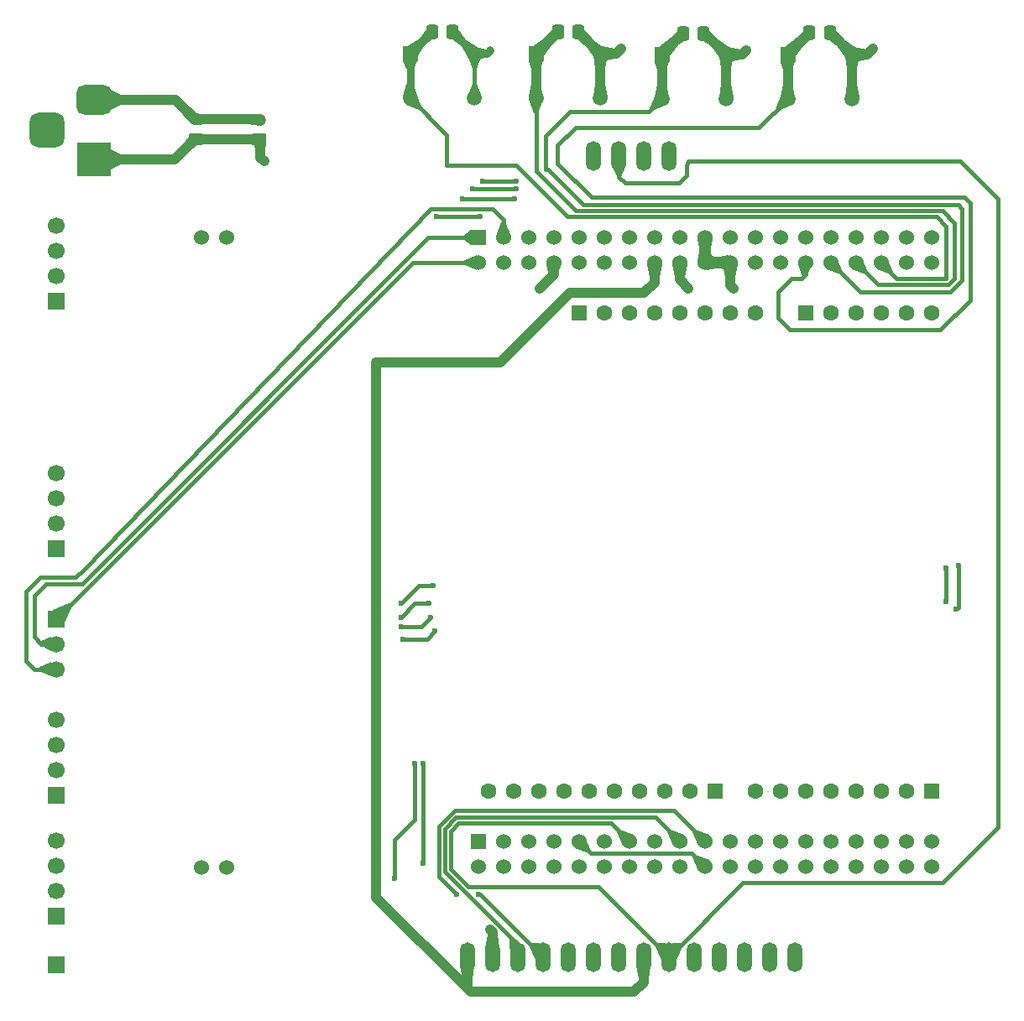
<source format=gtl>
%TF.GenerationSoftware,KiCad,Pcbnew,9.0.6*%
%TF.CreationDate,2025-11-14T23:17:59+01:00*%
%TF.ProjectId,uC_screen_power,75435f73-6372-4656-956e-5f706f776572,1*%
%TF.SameCoordinates,Original*%
%TF.FileFunction,Copper,L1,Top*%
%TF.FilePolarity,Positive*%
%FSLAX46Y46*%
G04 Gerber Fmt 4.6, Leading zero omitted, Abs format (unit mm)*
G04 Created by KiCad (PCBNEW 9.0.6) date 2025-11-14 23:17:59*
%MOMM*%
%LPD*%
G01*
G04 APERTURE LIST*
G04 Aperture macros list*
%AMRoundRect*
0 Rectangle with rounded corners*
0 $1 Rounding radius*
0 $2 $3 $4 $5 $6 $7 $8 $9 X,Y pos of 4 corners*
0 Add a 4 corners polygon primitive as box body*
4,1,4,$2,$3,$4,$5,$6,$7,$8,$9,$2,$3,0*
0 Add four circle primitives for the rounded corners*
1,1,$1+$1,$2,$3*
1,1,$1+$1,$4,$5*
1,1,$1+$1,$6,$7*
1,1,$1+$1,$8,$9*
0 Add four rect primitives between the rounded corners*
20,1,$1+$1,$2,$3,$4,$5,0*
20,1,$1+$1,$4,$5,$6,$7,0*
20,1,$1+$1,$6,$7,$8,$9,0*
20,1,$1+$1,$8,$9,$2,$3,0*%
G04 Aperture macros list end*
%TA.AperFunction,ComponentPad*%
%ADD10RoundRect,0.250000X0.350000X-0.350000X0.350000X0.350000X-0.350000X0.350000X-0.350000X-0.350000X0*%
%TD*%
%TA.AperFunction,ComponentPad*%
%ADD11C,1.200000*%
%TD*%
%TA.AperFunction,ComponentPad*%
%ADD12O,1.500000X3.000000*%
%TD*%
%TA.AperFunction,SMDPad,CuDef*%
%ADD13RoundRect,0.250000X-0.337500X-0.475000X0.337500X-0.475000X0.337500X0.475000X-0.337500X0.475000X0*%
%TD*%
%TA.AperFunction,ComponentPad*%
%ADD14R,1.508000X1.508000*%
%TD*%
%TA.AperFunction,ComponentPad*%
%ADD15C,1.508000*%
%TD*%
%TA.AperFunction,ComponentPad*%
%ADD16R,1.700000X1.700000*%
%TD*%
%TA.AperFunction,ComponentPad*%
%ADD17C,1.700000*%
%TD*%
%TA.AperFunction,ComponentPad*%
%ADD18R,3.500000X3.500000*%
%TD*%
%TA.AperFunction,ComponentPad*%
%ADD19RoundRect,0.750000X-1.000000X0.750000X-1.000000X-0.750000X1.000000X-0.750000X1.000000X0.750000X0*%
%TD*%
%TA.AperFunction,ComponentPad*%
%ADD20RoundRect,0.875000X-0.875000X0.875000X-0.875000X-0.875000X0.875000X-0.875000X0.875000X0.875000X0*%
%TD*%
%TA.AperFunction,ComponentPad*%
%ADD21R,1.605000X1.605000*%
%TD*%
%TA.AperFunction,ComponentPad*%
%ADD22C,1.605000*%
%TD*%
%TA.AperFunction,ComponentPad*%
%ADD23R,1.530000X1.530000*%
%TD*%
%TA.AperFunction,ComponentPad*%
%ADD24C,1.530000*%
%TD*%
%TA.AperFunction,ViaPad*%
%ADD25C,0.800000*%
%TD*%
%TA.AperFunction,ViaPad*%
%ADD26C,0.600000*%
%TD*%
%TA.AperFunction,Conductor*%
%ADD27C,1.000000*%
%TD*%
%TA.AperFunction,Conductor*%
%ADD28C,0.800000*%
%TD*%
%TA.AperFunction,Conductor*%
%ADD29C,0.400000*%
%TD*%
G04 APERTURE END LIST*
D10*
%TO.P,C67,1*%
%TO.N,+5V*%
X76800000Y-65000000D03*
D11*
%TO.P,C67,2*%
%TO.N,GND*%
X76800000Y-63000000D03*
%TD*%
D12*
%TO.P,U10,1,VCC*%
%TO.N,/VDD*%
X97680000Y-147500000D03*
%TO.P,U10,2,GND*%
%TO.N,GND*%
X100220000Y-147500000D03*
%TO.P,U10,3,CS*%
%TO.N,/CS*%
X102760000Y-147500000D03*
%TO.P,U10,4,RST*%
%TO.N,/RST*%
X105300000Y-147500000D03*
%TO.P,U10,5,DC*%
%TO.N,/DC*%
X107840000Y-147500000D03*
%TO.P,U10,6,MOSI*%
%TO.N,/MOSI*%
X110380000Y-147500000D03*
%TO.P,U10,7,SCK*%
%TO.N,/SCK*%
X112920000Y-147500000D03*
%TO.P,U10,8,LED*%
%TO.N,/VDD*%
X115460000Y-147500000D03*
%TO.P,U10,9,MISO*%
%TO.N,/MISO*%
X118000000Y-147500000D03*
%TO.P,U10,10*%
%TO.N,unconnected-(U10-Pad10)*%
X120540000Y-147500000D03*
%TO.P,U10,11*%
%TO.N,unconnected-(U10-Pad11)*%
X123080000Y-147500000D03*
%TO.P,U10,12*%
%TO.N,unconnected-(U10-Pad12)*%
X125620000Y-147500000D03*
%TO.P,U10,13*%
%TO.N,unconnected-(U10-Pad13)*%
X128160000Y-147500000D03*
%TO.P,U10,14*%
%TO.N,unconnected-(U10-Pad14)*%
X130700000Y-147500000D03*
%TO.P,U10,15,SD_SCK*%
%TO.N,/SCK*%
X110410000Y-66700000D03*
%TO.P,U10,16,SD_MISO*%
%TO.N,/MISO*%
X112950000Y-66700000D03*
%TO.P,U10,17,SD_MOSI*%
%TO.N,/MOSI*%
X115490000Y-66700000D03*
%TO.P,U10,18,SD_CS*%
%TO.N,/CS_SD*%
X118030000Y-66700000D03*
%TD*%
D13*
%TO.P,C78,1*%
%TO.N,/SW3*%
X119450000Y-54300000D03*
%TO.P,C78,2*%
%TO.N,GND*%
X121525000Y-54300000D03*
%TD*%
D14*
%TO.P,SW76,1,1*%
%TO.N,/SW4*%
X130000000Y-56400000D03*
D15*
%TO.P,SW76,2,2*%
%TO.N,GND*%
X136500000Y-56400000D03*
%TO.P,SW76,3,3*%
%TO.N,/SW4*%
X130000000Y-60900000D03*
%TO.P,SW76,4,4*%
%TO.N,GND*%
X136500000Y-60900000D03*
%TD*%
D16*
%TO.P,J4,1,Pin_1*%
%TO.N,GND*%
X56200000Y-106320000D03*
D17*
%TO.P,J4,2,Pin_2*%
X56200000Y-103780000D03*
%TO.P,J4,3,Pin_3*%
X56200000Y-101240000D03*
%TO.P,J4,4,Pin_4*%
X56200000Y-98700000D03*
%TD*%
D13*
%TO.P,C79,1*%
%TO.N,/SW4*%
X132162500Y-54250000D03*
%TO.P,C79,2*%
%TO.N,GND*%
X134237500Y-54250000D03*
%TD*%
D10*
%TO.P,C66,1*%
%TO.N,+5V*%
X70200000Y-64972600D03*
D11*
%TO.P,C66,2*%
%TO.N,GND*%
X70200000Y-62972600D03*
%TD*%
D14*
%TO.P,SW74,1,1*%
%TO.N,/SW2*%
X104600000Y-56350000D03*
D15*
%TO.P,SW74,2,2*%
%TO.N,GND*%
X111100000Y-56350000D03*
%TO.P,SW74,3,3*%
%TO.N,/SW2*%
X104600000Y-60850000D03*
%TO.P,SW74,4,4*%
%TO.N,GND*%
X111100000Y-60850000D03*
%TD*%
D14*
%TO.P,SW75,1,1*%
%TO.N,/SW3*%
X117300000Y-56400000D03*
D15*
%TO.P,SW75,2,2*%
%TO.N,GND*%
X123800000Y-56400000D03*
%TO.P,SW75,3,3*%
%TO.N,/SW3*%
X117300000Y-60900000D03*
%TO.P,SW75,4,4*%
%TO.N,GND*%
X123800000Y-60900000D03*
%TD*%
D13*
%TO.P,C76,1*%
%TO.N,/SW1*%
X94112500Y-54100000D03*
%TO.P,C76,2*%
%TO.N,GND*%
X96187500Y-54100000D03*
%TD*%
D18*
%TO.P,J1,1*%
%TO.N,+5V*%
X60000000Y-67000000D03*
D19*
%TO.P,J1,2*%
%TO.N,GND*%
X60000000Y-61000000D03*
D20*
%TO.P,J1,3*%
%TO.N,unconnected-(J1-Pad3)*%
X55300000Y-64000000D03*
%TD*%
D13*
%TO.P,C77,1*%
%TO.N,/SW2*%
X106812500Y-54100000D03*
%TO.P,C77,2*%
%TO.N,GND*%
X108887500Y-54100000D03*
%TD*%
D16*
%TO.P,J5,1,Pin_1*%
%TO.N,+5V*%
X56250000Y-81310000D03*
D17*
%TO.P,J5,2,Pin_2*%
X56250000Y-78770000D03*
%TO.P,J5,3,Pin_3*%
X56250000Y-76230000D03*
%TO.P,J5,4,Pin_4*%
X56250000Y-73690000D03*
%TD*%
D14*
%TO.P,SW73,1,1*%
%TO.N,/SW1*%
X91900000Y-56350000D03*
D15*
%TO.P,SW73,2,2*%
%TO.N,GND*%
X98400000Y-56350000D03*
%TO.P,SW73,3,3*%
%TO.N,/SW1*%
X91900000Y-60850000D03*
%TO.P,SW73,4,4*%
%TO.N,GND*%
X98400000Y-60850000D03*
%TD*%
D16*
%TO.P,J7,1,Pin_1*%
%TO.N,/LED_OUT*%
X56250000Y-148250000D03*
%TD*%
D21*
%TO.P,U11,5_1*%
%TO.N,N/C*%
X122660000Y-130760000D03*
D22*
%TO.P,U11,5_2*%
X120120000Y-130760000D03*
%TO.P,U11,5_3*%
X117580000Y-130760000D03*
%TO.P,U11,5_4*%
X115040000Y-130760000D03*
%TO.P,U11,5_5*%
X112500000Y-130760000D03*
%TO.P,U11,5_6*%
X109960000Y-130760000D03*
%TO.P,U11,5_7*%
X107420000Y-130760000D03*
%TO.P,U11,5_8*%
X104880000Y-130760000D03*
%TO.P,U11,5_9*%
X102340000Y-130760000D03*
%TO.P,U11,5_10*%
X99800000Y-130760000D03*
D21*
%TO.P,U11,6_1*%
X108940000Y-82500000D03*
D22*
%TO.P,U11,6_2*%
X111480000Y-82500000D03*
%TO.P,U11,6_3*%
X114020000Y-82500000D03*
%TO.P,U11,6_4*%
X116560000Y-82500000D03*
%TO.P,U11,6_5*%
X119100000Y-82500000D03*
%TO.P,U11,6_6*%
X121640000Y-82500000D03*
%TO.P,U11,6_7*%
X124180000Y-82500000D03*
%TO.P,U11,6_8*%
X126720000Y-82500000D03*
D23*
%TO.P,U11,7_1,PC10*%
%TO.N,/S0*%
X98780000Y-74880000D03*
D24*
%TO.P,U11,7_2,PC11*%
%TO.N,/S1*%
X98780000Y-77420000D03*
%TO.P,U11,7_3,PC12*%
%TO.N,/S2*%
X101320000Y-74880000D03*
%TO.P,U11,7_4,PD2*%
%TO.N,unconnected-(U11A-PD2-Pad7_4)*%
X101320000Y-77420000D03*
%TO.P,U11,7_5,VDD*%
%TO.N,unconnected-(U11A-VDD-Pad7_5)*%
X103860000Y-74880000D03*
%TO.P,U11,7_6,E5V*%
%TO.N,unconnected-(U11A-E5V-Pad7_6)*%
X103860000Y-77420000D03*
%TO.P,U11,7_7,BOOT0*%
%TO.N,unconnected-(U11A-BOOT0-Pad7_7)*%
X106400000Y-74880000D03*
%TO.P,U11,7_8,GND_S1*%
%TO.N,GND*%
X106400000Y-77420000D03*
%TO.P,U11,7_9*%
%TO.N,N/C*%
X108940000Y-74880000D03*
%TO.P,U11,7_10*%
X108940000Y-77420000D03*
%TO.P,U11,7_11*%
X111480000Y-74880000D03*
%TO.P,U11,7_12,IOREF_S1*%
%TO.N,unconnected-(U11A-IOREF_S1-Pad7_12)*%
X111480000Y-77420000D03*
%TO.P,U11,7_13,PA13*%
%TO.N,/MUX_OUT_5*%
X114020000Y-74880000D03*
%TO.P,U11,7_14,RESET_S1*%
%TO.N,unconnected-(U11A-RESET_S1-Pad7_14)*%
X114020000Y-77420000D03*
%TO.P,U11,7_15,PA14*%
%TO.N,/MUX_OUT_6*%
X116560000Y-74880000D03*
%TO.P,U11,7_16,+3V3_S1*%
%TO.N,/VDD*%
X116560000Y-77420000D03*
%TO.P,U11,7_17,PA15*%
%TO.N,/MUX_OUT_7*%
X119100000Y-74880000D03*
%TO.P,U11,7_18,+5V_S1*%
%TO.N,+5V*%
X119100000Y-77420000D03*
%TO.P,U11,7_19,GND_S1*%
%TO.N,GND*%
X121640000Y-74880000D03*
%TO.P,U11,7_20,GND_S1*%
X121640000Y-77420000D03*
%TO.P,U11,7_21,PB7*%
%TO.N,/MUX_OUT_4*%
X124180000Y-74880000D03*
%TO.P,U11,7_22,GND_S1*%
%TO.N,GND*%
X124180000Y-77420000D03*
%TO.P,U11,7_23,PC13*%
%TO.N,unconnected-(U11A-PC13-Pad7_23)*%
X126720000Y-74880000D03*
%TO.P,U11,7_24,VIN_S1*%
%TO.N,unconnected-(U11A-VIN_S1-Pad7_24)*%
X126720000Y-77420000D03*
%TO.P,U11,7_25,PC14*%
%TO.N,unconnected-(U11A-PC14-Pad7_25)*%
X129260000Y-74880000D03*
%TO.P,U11,7_26*%
%TO.N,N/C*%
X129260000Y-77420000D03*
%TO.P,U11,7_27,PC15*%
%TO.N,unconnected-(U11A-PC15-Pad7_27)*%
X131800000Y-74880000D03*
%TO.P,U11,7_28,PA0*%
%TO.N,/SW4*%
X131800000Y-77420000D03*
%TO.P,U11,7_29,PH0*%
%TO.N,unconnected-(U11A-PH0-Pad7_29)*%
X134340000Y-74880000D03*
%TO.P,U11,7_30,PA1*%
%TO.N,/SW3*%
X134340000Y-77420000D03*
%TO.P,U11,7_31,PH1*%
%TO.N,unconnected-(U11A-PH1-Pad7_31)*%
X136880000Y-74880000D03*
%TO.P,U11,7_32,PA4*%
%TO.N,/SW2*%
X136880000Y-77420000D03*
%TO.P,U11,7_33,VBAT*%
%TO.N,unconnected-(U11A-VBAT-Pad7_33)*%
X139420000Y-74880000D03*
%TO.P,U11,7_34,PB0*%
%TO.N,/SW1*%
X139420000Y-77420000D03*
%TO.P,U11,7_35,PC2*%
%TO.N,/MUX_OUT_2*%
X141960000Y-74880000D03*
%TO.P,U11,7_36,PC1/PB9*%
%TO.N,/MUX_OUT_1*%
X141960000Y-77420000D03*
%TO.P,U11,7_37,PC3*%
%TO.N,/MUX_OUT_3*%
X144500000Y-74880000D03*
%TO.P,U11,7_38,PC0/PB8*%
%TO.N,/MUX_OUT_0*%
X144500000Y-77420000D03*
D21*
%TO.P,U11,8_1*%
%TO.N,N/C*%
X131800000Y-82500000D03*
D22*
%TO.P,U11,8_2*%
X134340000Y-82500000D03*
%TO.P,U11,8_3*%
X136880000Y-82500000D03*
%TO.P,U11,8_4*%
X139420000Y-82500000D03*
%TO.P,U11,8_5*%
X141960000Y-82500000D03*
%TO.P,U11,8_6*%
X144500000Y-82500000D03*
D21*
%TO.P,U11,9_1*%
X144500000Y-130760000D03*
D22*
%TO.P,U11,9_2*%
X141960000Y-130760000D03*
%TO.P,U11,9_3*%
X139420000Y-130760000D03*
%TO.P,U11,9_4*%
X136880000Y-130760000D03*
%TO.P,U11,9_5*%
X134340000Y-130760000D03*
%TO.P,U11,9_6*%
X131800000Y-130760000D03*
%TO.P,U11,9_7*%
X129260000Y-130760000D03*
%TO.P,U11,9_8*%
X126720000Y-130760000D03*
D23*
%TO.P,U11,10_1,PC9*%
%TO.N,unconnected-(U11B-PC9-Pad10_1)*%
X98780000Y-135840000D03*
D24*
%TO.P,U11,10_2,PC8*%
%TO.N,unconnected-(U11B-PC8-Pad10_2)*%
X98780000Y-138380000D03*
%TO.P,U11,10_3,PB8*%
%TO.N,unconnected-(U11B-PB8-Pad10_3)*%
X101320000Y-135840000D03*
%TO.P,U11,10_4,PC6*%
%TO.N,unconnected-(U11B-PC6-Pad10_4)*%
X101320000Y-138380000D03*
%TO.P,U11,10_5,PB9*%
%TO.N,unconnected-(U11B-PB9-Pad10_5)*%
X103860000Y-135840000D03*
%TO.P,U11,10_6,PC5*%
%TO.N,unconnected-(U11B-PC5-Pad10_6)*%
X103860000Y-138380000D03*
%TO.P,U11,10_7,AVDD*%
%TO.N,unconnected-(U11B-AVDD-Pad10_7)*%
X106400000Y-135840000D03*
%TO.P,U11,10_8,U5V*%
%TO.N,unconnected-(U11B-U5V-Pad10_8)*%
X106400000Y-138380000D03*
%TO.P,U11,10_9,GND_S2*%
%TO.N,Net-(U11B-GND_S2-Pad10_20)*%
X108940000Y-135840000D03*
%TO.P,U11,10_10*%
%TO.N,N/C*%
X108940000Y-138380000D03*
%TO.P,U11,10_11,PA5*%
%TO.N,/SCK*%
X111480000Y-135840000D03*
%TO.P,U11,10_12,PA12*%
%TO.N,unconnected-(U11B-PA12-Pad10_12)*%
X111480000Y-138380000D03*
%TO.P,U11,10_13,PA6*%
%TO.N,/MISO*%
X114020000Y-135840000D03*
%TO.P,U11,10_14,PA11*%
%TO.N,unconnected-(U11B-PA11-Pad10_14)*%
X114020000Y-138380000D03*
%TO.P,U11,10_15,PA7*%
%TO.N,/MOSI*%
X116560000Y-135840000D03*
%TO.P,U11,10_16,PB12*%
%TO.N,unconnected-(U11B-PB12-Pad10_16)*%
X116560000Y-138380000D03*
%TO.P,U11,10_17,PB6*%
%TO.N,/CS*%
X119100000Y-135840000D03*
%TO.P,U11,10_18*%
%TO.N,N/C*%
X119100000Y-138380000D03*
%TO.P,U11,10_19,PC7*%
%TO.N,/RST*%
X121640000Y-135840000D03*
%TO.P,U11,10_20,GND_S2*%
%TO.N,Net-(U11B-GND_S2-Pad10_20)*%
X121640000Y-138380000D03*
%TO.P,U11,10_21,PA9*%
%TO.N,/DC*%
X124180000Y-135840000D03*
%TO.P,U11,10_22,PB2*%
%TO.N,unconnected-(U11B-PB2-Pad10_22)*%
X124180000Y-138380000D03*
%TO.P,U11,10_23,PA8*%
%TO.N,/LED_OUT*%
X126720000Y-135840000D03*
%TO.P,U11,10_24,PB1*%
%TO.N,unconnected-(U11B-PB1-Pad10_24)*%
X126720000Y-138380000D03*
%TO.P,U11,10_25,PB10*%
%TO.N,unconnected-(U11B-PB10-Pad10_25)*%
X129260000Y-135840000D03*
%TO.P,U11,10_26,PB15*%
%TO.N,unconnected-(U11B-PB15-Pad10_26)*%
X129260000Y-138380000D03*
%TO.P,U11,10_27,PB4*%
%TO.N,unconnected-(U11B-PB4-Pad10_27)*%
X131800000Y-135840000D03*
%TO.P,U11,10_28,PB14*%
%TO.N,unconnected-(U11B-PB14-Pad10_28)*%
X131800000Y-138380000D03*
%TO.P,U11,10_29,PB5*%
%TO.N,unconnected-(U11B-PB5-Pad10_29)*%
X134340000Y-135840000D03*
%TO.P,U11,10_30,PB13*%
%TO.N,unconnected-(U11B-PB13-Pad10_30)*%
X134340000Y-138380000D03*
%TO.P,U11,10_31,PB3*%
%TO.N,unconnected-(U11B-PB3-Pad10_31)*%
X136880000Y-135840000D03*
%TO.P,U11,10_32,AGND*%
%TO.N,unconnected-(U11B-AGND-Pad10_32)*%
X136880000Y-138380000D03*
%TO.P,U11,10_33,PA10*%
%TO.N,/CS_SD*%
X139420000Y-135840000D03*
%TO.P,U11,10_34,PC4*%
%TO.N,unconnected-(U11B-PC4-Pad10_34)*%
X139420000Y-138380000D03*
%TO.P,U11,10_35,PA2*%
%TO.N,unconnected-(U11B-PA2-Pad10_35)*%
X141960000Y-135840000D03*
%TO.P,U11,10_36*%
%TO.N,N/C*%
X141960000Y-138380000D03*
%TO.P,U11,10_37,PA3*%
%TO.N,unconnected-(U11B-PA3-Pad10_37)*%
X144500000Y-135840000D03*
%TO.P,U11,10_38*%
%TO.N,N/C*%
X144500000Y-138380000D03*
%TO.P,U11,CN11*%
X73380000Y-138460000D03*
%TO.P,U11,CN11_1*%
X70880000Y-138460000D03*
%TO.P,U11,CN12*%
X73380000Y-74890000D03*
%TO.P,U11,CN12_1*%
X70880000Y-74890000D03*
%TD*%
D16*
%TO.P,J2,1,Pin_1*%
%TO.N,/MUX_OUT_0*%
X56200000Y-143410000D03*
D17*
%TO.P,J2,2,Pin_2*%
%TO.N,/MUX_OUT_1*%
X56200000Y-140870000D03*
%TO.P,J2,3,Pin_3*%
%TO.N,/MUX_OUT_2*%
X56200000Y-138330000D03*
%TO.P,J2,4,Pin_4*%
%TO.N,/MUX_OUT_3*%
X56200000Y-135790000D03*
%TD*%
D16*
%TO.P,J6,1,Pin_1*%
%TO.N,/S1*%
X56200000Y-113360000D03*
D17*
%TO.P,J6,2,Pin_2*%
%TO.N,/S0*%
X56200000Y-115900000D03*
%TO.P,J6,3,Pin_3*%
%TO.N,/S2*%
X56200000Y-118440000D03*
%TD*%
D16*
%TO.P,J3,1,Pin_1*%
%TO.N,/MUX_OUT_5*%
X56200000Y-131200000D03*
D17*
%TO.P,J3,2,Pin_2*%
%TO.N,/MUX_OUT_6*%
X56200000Y-128660000D03*
%TO.P,J3,3,Pin_3*%
%TO.N,/MUX_OUT_7*%
X56200000Y-126120000D03*
%TO.P,J3,4,Pin_4*%
%TO.N,/MUX_OUT_4*%
X56200000Y-123580000D03*
%TD*%
D25*
%TO.N,+5V*%
X77200000Y-67200000D03*
X120000000Y-80000000D03*
%TO.N,GND*%
X125800000Y-56000000D03*
X100000000Y-144750000D03*
X138600000Y-55800000D03*
X105000000Y-80000000D03*
X100000000Y-56000000D03*
X113200000Y-55800000D03*
X124500000Y-80000000D03*
D26*
%TO.N,/SCK*%
X93200000Y-138000000D03*
X93200000Y-128000000D03*
%TO.N,/MOSI*%
X90300000Y-139600000D03*
X92400000Y-128000000D03*
%TO.N,/RST*%
X96600000Y-141200000D03*
X98800000Y-141200000D03*
%TO.N,/MUX_OUT_4*%
X99200000Y-69200000D03*
X102600000Y-69200000D03*
%TO.N,/MUX_OUT_7*%
X98200000Y-70000000D03*
X102600000Y-70000003D03*
%TO.N,/MUX_OUT_0*%
X94400000Y-114600000D03*
X147000000Y-112400000D03*
X91200000Y-115400000D03*
X147200000Y-108000000D03*
%TO.N,/MUX_OUT_3*%
X91000000Y-111800000D03*
X94200000Y-110000000D03*
%TO.N,/MUX_OUT_2*%
X91000000Y-113200000D03*
X93815635Y-111799919D03*
%TO.N,/MUX_OUT_5*%
X94600000Y-72800000D03*
X99000000Y-72800000D03*
%TO.N,/MUX_OUT_6*%
X102400000Y-71000000D03*
X97200000Y-71000000D03*
%TO.N,/MUX_OUT_1*%
X146000000Y-108200000D03*
X94000000Y-113200000D03*
X91000000Y-114200000D03*
X146000000Y-111600000D03*
%TD*%
D27*
%TO.N,+5V*%
X119100000Y-79100000D02*
X120000000Y-80000000D01*
X76800000Y-65000000D02*
X76800000Y-66800000D01*
X76772600Y-64972600D02*
X76800000Y-65000000D01*
X70200000Y-64972600D02*
X76772600Y-64972600D01*
X60000000Y-67000000D02*
X68172600Y-67000000D01*
X76800000Y-66800000D02*
X77200000Y-67200000D01*
X68172600Y-67000000D02*
X70200000Y-64972600D01*
X119100000Y-77420000D02*
X119100000Y-79100000D01*
%TO.N,GND*%
X124180000Y-79680000D02*
X124500000Y-80000000D01*
X100220000Y-147500000D02*
X100220000Y-144970000D01*
X100220000Y-144970000D02*
X100000000Y-144750000D01*
X134350000Y-54250000D02*
X136500000Y-56400000D01*
X125400000Y-56400000D02*
X125800000Y-56000000D01*
X121700000Y-54300000D02*
X123800000Y-56400000D01*
D28*
X96187500Y-54137500D02*
X98400000Y-56350000D01*
D27*
X121640000Y-77420000D02*
X121640000Y-74880000D01*
D29*
X98400000Y-56350000D02*
X98400000Y-60850000D01*
D27*
X111100000Y-56350000D02*
X112650000Y-56350000D01*
X136500000Y-56400000D02*
X136500000Y-60900000D01*
X76772600Y-62972600D02*
X76800000Y-63000000D01*
X123800000Y-56400000D02*
X123800000Y-60900000D01*
X108887500Y-54100000D02*
X108887500Y-54137500D01*
D28*
X99650000Y-56350000D02*
X100000000Y-56000000D01*
D27*
X121640000Y-77420000D02*
X124180000Y-77420000D01*
X138000000Y-56400000D02*
X138600000Y-55800000D01*
X106400000Y-78600000D02*
X105000000Y-80000000D01*
X111100000Y-56350000D02*
X111100000Y-60850000D01*
X106400000Y-77420000D02*
X106400000Y-78600000D01*
X123800000Y-56400000D02*
X125400000Y-56400000D01*
X121525000Y-54300000D02*
X121700000Y-54300000D01*
X136500000Y-56400000D02*
X138000000Y-56400000D01*
D29*
X96187500Y-54100000D02*
X96187500Y-54137500D01*
D27*
X124180000Y-77420000D02*
X124180000Y-79680000D01*
X112650000Y-56350000D02*
X113200000Y-55800000D01*
X68227400Y-61000000D02*
X70200000Y-62972600D01*
D28*
X98400000Y-56350000D02*
X99650000Y-56350000D01*
D27*
X70200000Y-62972600D02*
X76772600Y-62972600D01*
X60000000Y-61000000D02*
X68227400Y-61000000D01*
X108887500Y-54137500D02*
X111100000Y-56350000D01*
X134237500Y-54250000D02*
X134350000Y-54250000D01*
D29*
%TO.N,/MISO*%
X147400000Y-67200000D02*
X120000000Y-67200000D01*
X119000000Y-69400000D02*
X113600000Y-69400000D01*
X97800000Y-140400000D02*
X110900000Y-140400000D01*
X110900000Y-140400000D02*
X118000000Y-147500000D01*
X118000000Y-147500000D02*
X125500000Y-140000000D01*
X151200000Y-71000000D02*
X147400000Y-67200000D01*
X120000000Y-67200000D02*
X119800000Y-67600000D01*
X96000000Y-134800000D02*
X96000000Y-138600000D01*
X151200000Y-134400000D02*
X151200000Y-71000000D01*
X113600000Y-69400000D02*
X112950000Y-68750000D01*
X112950000Y-68750000D02*
X112950000Y-66700000D01*
X119800000Y-67600000D02*
X119800000Y-68600000D01*
X112180000Y-134000000D02*
X96800000Y-134000000D01*
X125500000Y-140000000D02*
X145600000Y-140000000D01*
X96000000Y-138600000D02*
X97800000Y-140400000D01*
X114020000Y-135840000D02*
X112180000Y-134000000D01*
X119800000Y-68600000D02*
X119000000Y-69400000D01*
X96800000Y-134000000D02*
X96000000Y-134800000D01*
X145600000Y-140000000D02*
X151200000Y-134400000D01*
%TO.N,/SCK*%
X93200000Y-138000000D02*
X93200000Y-128000000D01*
%TO.N,/MOSI*%
X90300000Y-139600000D02*
X90300000Y-135700000D01*
X90300000Y-135700000D02*
X92400000Y-133600000D01*
X92400000Y-133600000D02*
X92400000Y-128000000D01*
D27*
%TO.N,/VDD*%
X101000000Y-87500000D02*
X88500000Y-87500000D01*
X116560000Y-79440000D02*
X116560000Y-77420000D01*
X108000000Y-80500000D02*
X101000000Y-87500000D01*
X115500000Y-80500000D02*
X116560000Y-79440000D01*
X88500000Y-87500000D02*
X88500000Y-141500000D01*
X97680000Y-150680000D02*
X98000000Y-151000000D01*
X97680000Y-147500000D02*
X97680000Y-150680000D01*
X88500000Y-141500000D02*
X97680000Y-150680000D01*
X114500000Y-151000000D02*
X115460000Y-150040000D01*
X108000000Y-80500000D02*
X115500000Y-80500000D01*
X115460000Y-150040000D02*
X115460000Y-147500000D01*
X98000000Y-151000000D02*
X114500000Y-151000000D01*
D29*
%TO.N,/RST*%
X99000000Y-141200000D02*
X98800000Y-141200000D01*
X96389116Y-132711000D02*
X118511000Y-132711000D01*
X94798000Y-139398000D02*
X94798000Y-134302116D01*
X105300000Y-147500000D02*
X99000000Y-141200000D01*
X96600000Y-141200000D02*
X94798000Y-139398000D01*
X118511000Y-132711000D02*
X121640000Y-135840000D01*
X94798000Y-134302116D02*
X96389116Y-132711000D01*
%TO.N,/CS*%
X102760000Y-146209942D02*
X95399000Y-138848942D01*
X96551058Y-133399000D02*
X116659000Y-133399000D01*
X102760000Y-147500000D02*
X102760000Y-146209942D01*
X95399000Y-138848942D02*
X95399000Y-134551058D01*
X116659000Y-133399000D02*
X119100000Y-135840000D01*
X95399000Y-134551058D02*
X96551058Y-133399000D01*
%TO.N,Net-(U11B-GND_S2-Pad10_20)*%
X120266000Y-137006000D02*
X121640000Y-138380000D01*
X108940000Y-135840000D02*
X110106000Y-137006000D01*
X110106000Y-137006000D02*
X120266000Y-137006000D01*
%TO.N,/MUX_OUT_4*%
X102600000Y-69200000D02*
X99200000Y-69200000D01*
%TO.N,/SW2*%
X146800000Y-73400000D02*
X146800000Y-79049942D01*
X104600000Y-60850000D02*
X104600000Y-68200000D01*
X139060000Y-79600000D02*
X136880000Y-77420000D01*
D27*
X106812500Y-54137500D02*
X104600000Y-56350000D01*
D29*
X108600000Y-72200000D02*
X145600000Y-72200000D01*
D27*
X104600000Y-56350000D02*
X104600000Y-60850000D01*
D29*
X145600000Y-72200000D02*
X146800000Y-73400000D01*
X104600000Y-68200000D02*
X108600000Y-72200000D01*
X146249942Y-79600000D02*
X139060000Y-79600000D01*
D27*
X106812500Y-54100000D02*
X106812500Y-54137500D01*
D29*
X146800000Y-79049942D02*
X146249942Y-79600000D01*
%TO.N,/SW4*%
X129000000Y-80400000D02*
X130400000Y-79000000D01*
X127100000Y-63800000D02*
X108600000Y-63800000D01*
D27*
X132150000Y-54250000D02*
X130000000Y-56400000D01*
D29*
X131400000Y-79000000D02*
X131800000Y-78600000D01*
X131800000Y-78600000D02*
X131800000Y-77420000D01*
X147800000Y-70800000D02*
X148400000Y-71400000D01*
X130000000Y-60900000D02*
X127100000Y-63800000D01*
X108600000Y-63800000D02*
X106800000Y-65600000D01*
X106800000Y-67400000D02*
X110200000Y-70800000D01*
X130200000Y-84200000D02*
X129000000Y-83000000D01*
X148400000Y-71400000D02*
X148400000Y-81200000D01*
D27*
X130000000Y-56400000D02*
X130000000Y-60900000D01*
D29*
X110200000Y-70800000D02*
X147800000Y-70800000D01*
X129000000Y-83000000D02*
X129000000Y-80400000D01*
X130400000Y-79000000D02*
X131400000Y-79000000D01*
D27*
X132162500Y-54250000D02*
X132150000Y-54250000D01*
D29*
X148400000Y-81200000D02*
X145400000Y-84200000D01*
X106800000Y-65600000D02*
X106800000Y-67400000D01*
X145400000Y-84200000D02*
X130200000Y-84200000D01*
%TO.N,/MUX_OUT_7*%
X102600000Y-70000003D02*
X98200003Y-70000003D01*
X98200003Y-70000003D02*
X98200000Y-70000000D01*
%TO.N,/S1*%
X98780000Y-77420000D02*
X92180000Y-77420000D01*
X56240000Y-113360000D02*
X56200000Y-113360000D01*
X92180000Y-77420000D02*
X56240000Y-113360000D01*
%TO.N,/MUX_OUT_0*%
X94400000Y-114600000D02*
X93600000Y-115400000D01*
X147200000Y-112200000D02*
X147000000Y-112400000D01*
X93600000Y-115400000D02*
X91200000Y-115400000D01*
X147200000Y-108000000D02*
X147200000Y-112200000D01*
%TO.N,/S2*%
X54600000Y-109200000D02*
X53200000Y-110600000D01*
X59000000Y-108400000D02*
X58200000Y-109200000D01*
X54040000Y-118440000D02*
X56200000Y-118440000D01*
X94000000Y-72000000D02*
X59000000Y-108400000D01*
X101320000Y-73120000D02*
X100200000Y-72000000D01*
X100200000Y-72000000D02*
X94000000Y-72000000D01*
X53200000Y-117600000D02*
X54040000Y-118440000D01*
X101320000Y-74880000D02*
X101320000Y-73120000D01*
X58200000Y-109200000D02*
X54600000Y-109200000D01*
X53200000Y-110600000D02*
X53200000Y-117600000D01*
%TO.N,/MUX_OUT_3*%
X94200000Y-110000000D02*
X92800000Y-110000000D01*
X92800000Y-110000000D02*
X91000000Y-111800000D01*
%TO.N,/MUX_OUT_2*%
X93815635Y-111799919D02*
X92400081Y-111799919D01*
X92400081Y-111799919D02*
X91000000Y-113200000D01*
%TO.N,/MUX_OUT_5*%
X99000000Y-72800000D02*
X94600000Y-72800000D01*
%TO.N,/S0*%
X55199000Y-109801000D02*
X58799000Y-109801000D01*
X54000000Y-115200000D02*
X54000000Y-111000000D01*
X58799000Y-109801000D02*
X93720000Y-74880000D01*
X98780000Y-74880000D02*
X93720000Y-74880000D01*
X54000000Y-111000000D02*
X55199000Y-109801000D01*
X54700000Y-115900000D02*
X54000000Y-115200000D01*
X56200000Y-115900000D02*
X54700000Y-115900000D01*
%TO.N,/SW1*%
X95600000Y-67600000D02*
X95600000Y-64550000D01*
X107800000Y-72800000D02*
X102600000Y-67600000D01*
X146000000Y-79000000D02*
X146000000Y-73800000D01*
D28*
X91900000Y-56350000D02*
X91900000Y-60850000D01*
D29*
X139420000Y-77420000D02*
X141000000Y-79000000D01*
X145000000Y-72800000D02*
X107800000Y-72800000D01*
X102600000Y-67600000D02*
X95600000Y-67600000D01*
D28*
X94112500Y-54100000D02*
X94112500Y-54137500D01*
D29*
X141000000Y-79000000D02*
X146000000Y-79000000D01*
D28*
X94112500Y-54137500D02*
X91900000Y-56350000D01*
D29*
X95600000Y-64550000D02*
X91900000Y-60850000D01*
X146000000Y-73800000D02*
X145000000Y-72800000D01*
X139420000Y-77420000D02*
X139420000Y-77820000D01*
%TO.N,/MUX_OUT_6*%
X102400000Y-71000000D02*
X97200000Y-71000000D01*
%TO.N,/SW3*%
X109400000Y-71600000D02*
X105800000Y-68000000D01*
X116000000Y-62200000D02*
X117300000Y-60900000D01*
D27*
X119450000Y-54300000D02*
X119400000Y-54300000D01*
D29*
X147600000Y-72000000D02*
X147200000Y-71600000D01*
X147200000Y-71600000D02*
X109400000Y-71600000D01*
X105800000Y-68000000D02*
X105600000Y-68000000D01*
D27*
X117300000Y-56400000D02*
X117300000Y-60900000D01*
D29*
X105600000Y-68000000D02*
X105600000Y-64600000D01*
X137320000Y-80400000D02*
X146400000Y-80400000D01*
X147600000Y-79200000D02*
X147600000Y-72000000D01*
X146400000Y-80400000D02*
X147600000Y-79200000D01*
X134340000Y-77420000D02*
X137320000Y-80400000D01*
D27*
X119400000Y-54300000D02*
X117300000Y-56400000D01*
D29*
X105600000Y-64600000D02*
X108000000Y-62200000D01*
X108000000Y-62200000D02*
X116000000Y-62200000D01*
%TO.N,/MUX_OUT_1*%
X91000000Y-114200000D02*
X93000000Y-114200000D01*
X146000000Y-111600000D02*
X146000000Y-108200000D01*
X93000000Y-114200000D02*
X94000000Y-113200000D01*
%TD*%
%TA.AperFunction,Conductor*%
%TO.N,+5V*%
G36*
X76805908Y-65002456D02*
G01*
X77393393Y-65346135D01*
X77398803Y-65353270D01*
X77399105Y-65357601D01*
X77301216Y-66189667D01*
X77296846Y-66197483D01*
X77289596Y-66200000D01*
X76310404Y-66200000D01*
X76302131Y-66196573D01*
X76298784Y-66189667D01*
X76200894Y-65357601D01*
X76203331Y-65348984D01*
X76206604Y-65346136D01*
X76794092Y-65002455D01*
X76802964Y-65001237D01*
X76805908Y-65002456D01*
G37*
%TD.AperFunction*%
%TD*%
%TA.AperFunction,Conductor*%
%TO.N,+5V*%
G36*
X76451171Y-64403339D02*
G01*
X76453731Y-64406378D01*
X76797299Y-64993674D01*
X76798518Y-65002546D01*
X76796924Y-65006089D01*
X76409525Y-65584986D01*
X76402075Y-65589956D01*
X76398097Y-65590054D01*
X75609996Y-65474071D01*
X75602310Y-65469476D01*
X75600000Y-65462496D01*
X75600000Y-64483343D01*
X75603427Y-64475070D01*
X75610702Y-64471685D01*
X76442638Y-64400628D01*
X76451171Y-64403339D01*
G37*
%TD.AperFunction*%
%TD*%
%TA.AperFunction,Conductor*%
%TO.N,+5V*%
G36*
X71389667Y-64471384D02*
G01*
X71397483Y-64475754D01*
X71400000Y-64483004D01*
X71400000Y-65462195D01*
X71396573Y-65470468D01*
X71389667Y-65473815D01*
X70557601Y-65571705D01*
X70548984Y-65569268D01*
X70546135Y-65565993D01*
X70202456Y-64978508D01*
X70201237Y-64969636D01*
X70202456Y-64966692D01*
X70546135Y-64379205D01*
X70553270Y-64373796D01*
X70557599Y-64373494D01*
X71389667Y-64471384D01*
G37*
%TD.AperFunction*%
%TD*%
%TA.AperFunction,Conductor*%
%TO.N,+5V*%
G36*
X61755598Y-66002799D02*
G01*
X62743532Y-66496766D01*
X62749400Y-66503531D01*
X62750000Y-66507231D01*
X62750000Y-67492769D01*
X62746573Y-67501042D01*
X62743532Y-67503234D01*
X61755598Y-67997200D01*
X61746666Y-67997835D01*
X61744564Y-67996895D01*
X60016790Y-67010160D01*
X60011305Y-67003081D01*
X60012432Y-66994198D01*
X60016790Y-66989840D01*
X61744565Y-66003103D01*
X61753447Y-66001977D01*
X61755598Y-66002799D01*
G37*
%TD.AperFunction*%
%TD*%
%TA.AperFunction,Conductor*%
%TO.N,+5V*%
G36*
X69607947Y-64727350D02*
G01*
X70113525Y-64935926D01*
X70196208Y-64970037D01*
X70202549Y-64976360D01*
X70202562Y-64976391D01*
X70445248Y-65564650D01*
X70445235Y-65573605D01*
X70441920Y-65578102D01*
X69610721Y-66270358D01*
X69602170Y-66273020D01*
X69594960Y-66269641D01*
X68902958Y-65577639D01*
X68899531Y-65569366D01*
X68902239Y-65561881D01*
X69594497Y-64730678D01*
X69602424Y-64726515D01*
X69607947Y-64727350D01*
G37*
%TD.AperFunction*%
%TD*%
%TA.AperFunction,Conductor*%
%TO.N,+5V*%
G36*
X119839015Y-77566984D02*
G01*
X119846455Y-77571968D01*
X119848226Y-77580565D01*
X119601757Y-78925710D01*
X119596896Y-78933230D01*
X119590249Y-78935301D01*
X118609751Y-78935301D01*
X118601478Y-78931874D01*
X118598243Y-78925710D01*
X118351773Y-77580565D01*
X118353652Y-77571809D01*
X118360983Y-77566984D01*
X119097708Y-77419459D01*
X119102292Y-77419459D01*
X119839015Y-77566984D01*
G37*
%TD.AperFunction*%
%TD*%
%TA.AperFunction,Conductor*%
%TO.N,GND*%
G36*
X100718452Y-145267838D02*
G01*
X100721702Y-145274084D01*
X100954658Y-146598392D01*
X100952716Y-146607134D01*
X100952183Y-146607836D01*
X100229048Y-147489962D01*
X100221153Y-147494188D01*
X100212583Y-147491593D01*
X100210952Y-147489962D01*
X99487816Y-146607836D01*
X99485221Y-146599266D01*
X99485339Y-146598406D01*
X99718298Y-145274083D01*
X99723106Y-145266530D01*
X99729821Y-145264411D01*
X100710179Y-145264411D01*
X100718452Y-145267838D01*
G37*
%TD.AperFunction*%
%TD*%
%TA.AperFunction,Conductor*%
%TO.N,GND*%
G36*
X135805518Y-54995985D02*
G01*
X136909510Y-55766518D01*
X136914333Y-55774063D01*
X136912551Y-55782600D01*
X136502006Y-56398757D01*
X136498757Y-56402006D01*
X135882600Y-56812551D01*
X135873815Y-56814286D01*
X135866518Y-56809510D01*
X135095985Y-55705518D01*
X135094060Y-55696773D01*
X135097304Y-55690551D01*
X135790550Y-54997305D01*
X135798822Y-54993879D01*
X135805518Y-54995985D01*
G37*
%TD.AperFunction*%
%TD*%
%TA.AperFunction,Conductor*%
%TO.N,GND*%
G36*
X134830704Y-53991841D02*
G01*
X135586038Y-54778601D01*
X135589296Y-54786942D01*
X135585871Y-54794977D01*
X134893921Y-55486927D01*
X134885648Y-55490354D01*
X134878792Y-55488135D01*
X134174677Y-54978914D01*
X134169981Y-54971289D01*
X134169883Y-54968355D01*
X134236160Y-54256094D01*
X134240339Y-54248175D01*
X134243028Y-54246501D01*
X134817483Y-53989265D01*
X134826434Y-53989012D01*
X134830704Y-53991841D01*
G37*
%TD.AperFunction*%
%TD*%
%TA.AperFunction,Conductor*%
%TO.N,GND*%
G36*
X123105518Y-54995985D02*
G01*
X124209510Y-55766518D01*
X124214333Y-55774063D01*
X124212551Y-55782600D01*
X123802006Y-56398757D01*
X123798757Y-56402006D01*
X123182600Y-56812551D01*
X123173815Y-56814286D01*
X123166518Y-56809510D01*
X122395985Y-55705518D01*
X122394060Y-55696773D01*
X122397304Y-55690551D01*
X123090550Y-54997305D01*
X123098822Y-54993879D01*
X123105518Y-54995985D01*
G37*
%TD.AperFunction*%
%TD*%
%TA.AperFunction,Conductor*%
%TO.N,GND*%
G36*
X122118304Y-54028740D02*
G01*
X122873011Y-54766099D01*
X122876534Y-54774331D01*
X122873204Y-54782643D01*
X122873108Y-54782740D01*
X122181110Y-55474738D01*
X122172837Y-55478165D01*
X122166407Y-55476239D01*
X122164125Y-55474738D01*
X121486153Y-55028720D01*
X121481125Y-55021312D01*
X121480905Y-55018248D01*
X121523874Y-54306223D01*
X121527793Y-54298174D01*
X121530576Y-54296342D01*
X122105155Y-54026518D01*
X122114099Y-54026104D01*
X122118304Y-54028740D01*
G37*
%TD.AperFunction*%
%TD*%
%TA.AperFunction,Conductor*%
%TO.N,GND*%
G36*
X97634593Y-55015757D02*
G01*
X98587042Y-55584597D01*
X98808345Y-55716768D01*
X98813691Y-55723952D01*
X98812391Y-55732812D01*
X98812083Y-55733301D01*
X98402006Y-56348757D01*
X98398757Y-56352006D01*
X97783301Y-56762083D01*
X97774516Y-56763818D01*
X97767076Y-56758834D01*
X97766768Y-56758345D01*
X97523310Y-56350707D01*
X97065757Y-55584594D01*
X97064458Y-55575737D01*
X97067528Y-55570327D01*
X97620326Y-55017529D01*
X97628598Y-55014103D01*
X97634593Y-55015757D01*
G37*
%TD.AperFunction*%
%TD*%
%TA.AperFunction,Conductor*%
%TO.N,GND*%
G36*
X96775288Y-53866750D02*
G01*
X96780313Y-53870853D01*
X97434543Y-54816385D01*
X97436433Y-54825138D01*
X97433195Y-54831315D01*
X96881365Y-55383145D01*
X96873092Y-55386572D01*
X96866367Y-55384446D01*
X96075948Y-54829207D01*
X96071148Y-54821647D01*
X96071122Y-54817773D01*
X96071346Y-54816385D01*
X96185741Y-54105825D01*
X96190439Y-54098203D01*
X96192931Y-54096828D01*
X96766335Y-53866652D01*
X96775288Y-53866750D01*
G37*
%TD.AperFunction*%
%TD*%
%TA.AperFunction,Conductor*%
%TO.N,GND*%
G36*
X122138522Y-75908126D02*
G01*
X122141757Y-75914290D01*
X122388226Y-77259434D01*
X122386347Y-77268190D01*
X122379015Y-77273015D01*
X121642297Y-77420540D01*
X121637703Y-77420540D01*
X120900984Y-77273015D01*
X120893544Y-77268031D01*
X120891773Y-77259435D01*
X121138243Y-75914290D01*
X121143104Y-75906770D01*
X121149751Y-75904699D01*
X122130249Y-75904699D01*
X122138522Y-75908126D01*
G37*
%TD.AperFunction*%
%TD*%
%TA.AperFunction,Conductor*%
%TO.N,GND*%
G36*
X122379015Y-75026984D02*
G01*
X122386455Y-75031968D01*
X122388226Y-75040565D01*
X122141757Y-76385710D01*
X122136896Y-76393230D01*
X122130249Y-76395301D01*
X121149751Y-76395301D01*
X121141478Y-76391874D01*
X121138243Y-76385710D01*
X120891773Y-75040565D01*
X120893652Y-75031809D01*
X120900983Y-75026984D01*
X121637708Y-74879459D01*
X121642292Y-74879459D01*
X122379015Y-75026984D01*
G37*
%TD.AperFunction*%
%TD*%
%TA.AperFunction,Conductor*%
%TO.N,GND*%
G36*
X99125715Y-56494335D02*
G01*
X99133154Y-56499318D01*
X99134889Y-56508103D01*
X99134278Y-56510158D01*
X98602944Y-57836164D01*
X98596685Y-57842569D01*
X98592083Y-57843512D01*
X98207917Y-57843512D01*
X98199644Y-57840085D01*
X98197056Y-57836164D01*
X97665721Y-56510158D01*
X97665825Y-56501204D01*
X97672230Y-56494945D01*
X97674275Y-56494336D01*
X98397703Y-56349460D01*
X98402297Y-56349460D01*
X99125715Y-56494335D01*
G37*
%TD.AperFunction*%
%TD*%
%TA.AperFunction,Conductor*%
%TO.N,GND*%
G36*
X98600356Y-59359915D02*
G01*
X98602944Y-59363836D01*
X99134278Y-60689841D01*
X99134174Y-60698795D01*
X99127769Y-60705054D01*
X99125714Y-60705665D01*
X98402297Y-60850539D01*
X98397703Y-60850539D01*
X97674285Y-60705665D01*
X97666845Y-60700681D01*
X97665110Y-60691896D01*
X97665719Y-60689846D01*
X98197056Y-59363836D01*
X98203315Y-59357431D01*
X98207917Y-59356488D01*
X98592083Y-59356488D01*
X98600356Y-59359915D01*
G37*
%TD.AperFunction*%
%TD*%
%TA.AperFunction,Conductor*%
%TO.N,GND*%
G36*
X112583861Y-55848283D02*
G01*
X112591406Y-55853106D01*
X112593512Y-55859802D01*
X112593512Y-56840197D01*
X112590085Y-56848470D01*
X112583861Y-56851716D01*
X111258370Y-57087506D01*
X111249625Y-57085581D01*
X111244849Y-57078284D01*
X111099460Y-56352297D01*
X111099460Y-56347703D01*
X111199476Y-55848283D01*
X111244849Y-55621713D01*
X111249833Y-55614275D01*
X111258369Y-55612493D01*
X112583861Y-55848283D01*
G37*
%TD.AperFunction*%
%TD*%
%TA.AperFunction,Conductor*%
%TO.N,GND*%
G36*
X137228284Y-56544849D02*
G01*
X137235724Y-56549833D01*
X137237506Y-56558370D01*
X137001717Y-57883861D01*
X136996894Y-57891406D01*
X136990198Y-57893512D01*
X136009802Y-57893512D01*
X136001529Y-57890085D01*
X135998283Y-57883861D01*
X135762493Y-56558370D01*
X135764418Y-56549625D01*
X135771713Y-56544849D01*
X136497703Y-56399460D01*
X136502297Y-56399460D01*
X137228284Y-56544849D01*
G37*
%TD.AperFunction*%
%TD*%
%TA.AperFunction,Conductor*%
%TO.N,GND*%
G36*
X136998471Y-59409915D02*
G01*
X137001717Y-59416139D01*
X137237506Y-60741629D01*
X137235581Y-60750374D01*
X137228284Y-60755150D01*
X136502297Y-60900539D01*
X136497703Y-60900539D01*
X135771715Y-60755150D01*
X135764275Y-60750166D01*
X135762493Y-60741629D01*
X135998283Y-59416139D01*
X136003106Y-59408594D01*
X136009802Y-59406488D01*
X136990198Y-59406488D01*
X136998471Y-59409915D01*
G37*
%TD.AperFunction*%
%TD*%
%TA.AperFunction,Conductor*%
%TO.N,GND*%
G36*
X124528284Y-56544849D02*
G01*
X124535724Y-56549833D01*
X124537506Y-56558370D01*
X124301717Y-57883861D01*
X124296894Y-57891406D01*
X124290198Y-57893512D01*
X123309802Y-57893512D01*
X123301529Y-57890085D01*
X123298283Y-57883861D01*
X123062493Y-56558370D01*
X123064418Y-56549625D01*
X123071713Y-56544849D01*
X123797703Y-56399460D01*
X123802297Y-56399460D01*
X124528284Y-56544849D01*
G37*
%TD.AperFunction*%
%TD*%
%TA.AperFunction,Conductor*%
%TO.N,GND*%
G36*
X124298471Y-59409915D02*
G01*
X124301717Y-59416139D01*
X124537506Y-60741629D01*
X124535581Y-60750374D01*
X124528284Y-60755150D01*
X123802297Y-60900539D01*
X123797703Y-60900539D01*
X123071715Y-60755150D01*
X123064275Y-60750166D01*
X123062493Y-60741629D01*
X123298283Y-59416139D01*
X123303106Y-59408594D01*
X123309802Y-59406488D01*
X124290198Y-59406488D01*
X124298471Y-59409915D01*
G37*
%TD.AperFunction*%
%TD*%
%TA.AperFunction,Conductor*%
%TO.N,GND*%
G36*
X123145711Y-76918242D02*
G01*
X123153230Y-76923103D01*
X123155301Y-76929750D01*
X123155301Y-77910249D01*
X123151874Y-77918522D01*
X123145710Y-77921757D01*
X121800565Y-78168226D01*
X121791809Y-78166347D01*
X121786984Y-78159015D01*
X121739122Y-77920000D01*
X121639459Y-77422292D01*
X121639459Y-77417707D01*
X121786984Y-76680983D01*
X121791968Y-76673544D01*
X121800564Y-76671773D01*
X123145711Y-76918242D01*
G37*
%TD.AperFunction*%
%TD*%
%TA.AperFunction,Conductor*%
%TO.N,GND*%
G36*
X124028190Y-76673652D02*
G01*
X124033015Y-76680984D01*
X124180540Y-77417703D01*
X124180540Y-77422297D01*
X124033015Y-78159015D01*
X124028031Y-78166455D01*
X124019434Y-78168226D01*
X122674290Y-77921757D01*
X122666770Y-77916896D01*
X122664699Y-77910249D01*
X122664699Y-76929750D01*
X122668126Y-76921477D01*
X122674288Y-76918243D01*
X124019435Y-76671773D01*
X124028190Y-76673652D01*
G37*
%TD.AperFunction*%
%TD*%
%TA.AperFunction,Conductor*%
%TO.N,GND*%
G36*
X111598471Y-59359915D02*
G01*
X111601717Y-59366139D01*
X111837506Y-60691629D01*
X111835581Y-60700374D01*
X111828284Y-60705150D01*
X111102297Y-60850539D01*
X111097703Y-60850539D01*
X110371715Y-60705150D01*
X110364275Y-60700166D01*
X110362493Y-60691629D01*
X110598283Y-59366139D01*
X110603106Y-59358594D01*
X110609802Y-59356488D01*
X111590198Y-59356488D01*
X111598471Y-59359915D01*
G37*
%TD.AperFunction*%
%TD*%
%TA.AperFunction,Conductor*%
%TO.N,GND*%
G36*
X111828284Y-56494849D02*
G01*
X111835724Y-56499833D01*
X111837506Y-56508370D01*
X111601717Y-57833861D01*
X111596894Y-57841406D01*
X111590198Y-57843512D01*
X110609802Y-57843512D01*
X110601529Y-57840085D01*
X110598283Y-57833861D01*
X110362493Y-56508370D01*
X110364418Y-56499625D01*
X110371713Y-56494849D01*
X111097703Y-56349460D01*
X111102297Y-56349460D01*
X111828284Y-56494849D01*
G37*
%TD.AperFunction*%
%TD*%
%TA.AperFunction,Conductor*%
%TO.N,GND*%
G36*
X107136619Y-77566507D02*
G01*
X107144058Y-77571489D01*
X107145796Y-77580274D01*
X107145220Y-77582239D01*
X106522974Y-79173979D01*
X106516770Y-79180436D01*
X106507817Y-79180616D01*
X106503804Y-79177992D01*
X105811969Y-78486157D01*
X105808717Y-78479898D01*
X105651663Y-77580492D01*
X105653616Y-77571754D01*
X105660895Y-77567008D01*
X106398418Y-77419750D01*
X106402996Y-77419750D01*
X107136619Y-77566507D01*
G37*
%TD.AperFunction*%
%TD*%
%TA.AperFunction,Conductor*%
%TO.N,GND*%
G36*
X125283861Y-55898283D02*
G01*
X125291406Y-55903106D01*
X125293512Y-55909802D01*
X125293512Y-56890197D01*
X125290085Y-56898470D01*
X125283861Y-56901716D01*
X123958370Y-57137506D01*
X123949625Y-57135581D01*
X123944849Y-57128284D01*
X123799460Y-56402297D01*
X123799460Y-56397703D01*
X123899476Y-55898283D01*
X123944849Y-55671713D01*
X123949833Y-55664275D01*
X123958369Y-55662493D01*
X125283861Y-55898283D01*
G37*
%TD.AperFunction*%
%TD*%
%TA.AperFunction,Conductor*%
%TO.N,GND*%
G36*
X137983861Y-55898283D02*
G01*
X137991406Y-55903106D01*
X137993512Y-55909802D01*
X137993512Y-56890197D01*
X137990085Y-56898470D01*
X137983861Y-56901716D01*
X136658370Y-57137506D01*
X136649625Y-57135581D01*
X136644849Y-57128284D01*
X136499460Y-56402297D01*
X136499460Y-56397703D01*
X136599476Y-55898283D01*
X136644849Y-55671713D01*
X136649833Y-55664275D01*
X136658369Y-55662493D01*
X137983861Y-55898283D01*
G37*
%TD.AperFunction*%
%TD*%
%TA.AperFunction,Conductor*%
%TO.N,GND*%
G36*
X124919015Y-77566984D02*
G01*
X124926455Y-77571968D01*
X124928226Y-77580565D01*
X124681757Y-78925710D01*
X124676896Y-78933230D01*
X124670249Y-78935301D01*
X123689751Y-78935301D01*
X123681478Y-78931874D01*
X123678243Y-78925710D01*
X123431773Y-77580565D01*
X123433652Y-77571809D01*
X123440983Y-77566984D01*
X124177708Y-77419459D01*
X124182292Y-77419459D01*
X124919015Y-77566984D01*
G37*
%TD.AperFunction*%
%TD*%
%TA.AperFunction,Conductor*%
%TO.N,GND*%
G36*
X69721396Y-61785636D02*
G01*
X70525392Y-62466981D01*
X70529488Y-62474944D01*
X70527567Y-62482391D01*
X70202008Y-62971353D01*
X70198753Y-62974608D01*
X69709791Y-63300167D01*
X69701006Y-63301899D01*
X69694381Y-63297992D01*
X69013036Y-62493996D01*
X69010302Y-62485469D01*
X69013688Y-62478160D01*
X69705560Y-61786288D01*
X69713832Y-61782862D01*
X69721396Y-61785636D01*
G37*
%TD.AperFunction*%
%TD*%
%TA.AperFunction,Conductor*%
%TO.N,GND*%
G36*
X98559310Y-55613989D02*
G01*
X99536439Y-55894135D01*
X99541487Y-55897109D01*
X100092527Y-56448149D01*
X100095954Y-56456422D01*
X100092527Y-56464695D01*
X100088633Y-56467271D01*
X98560182Y-57084230D01*
X98551228Y-57084149D01*
X98544954Y-57077760D01*
X98544330Y-57075676D01*
X98539765Y-57052860D01*
X98399750Y-56352996D01*
X98399750Y-56348418D01*
X98544610Y-55622943D01*
X98549591Y-55615503D01*
X98558375Y-55613762D01*
X98559310Y-55613989D01*
G37*
%TD.AperFunction*%
%TD*%
%TA.AperFunction,Conductor*%
%TO.N,GND*%
G36*
X76681261Y-62415056D02*
G01*
X76684943Y-62421486D01*
X76800538Y-62997699D01*
X76800538Y-63002301D01*
X76685048Y-63577990D01*
X76680061Y-63585428D01*
X76672319Y-63587321D01*
X75621971Y-63473729D01*
X75614114Y-63469433D01*
X75611529Y-63462097D01*
X75611529Y-62483652D01*
X75614956Y-62475379D01*
X75622562Y-62471971D01*
X76672808Y-62412106D01*
X76681261Y-62415056D01*
G37*
%TD.AperFunction*%
%TD*%
%TA.AperFunction,Conductor*%
%TO.N,GND*%
G36*
X71377734Y-62471713D02*
G01*
X71385697Y-62475809D01*
X71388471Y-62483373D01*
X71388471Y-63461826D01*
X71385044Y-63470099D01*
X71377734Y-63473486D01*
X70327438Y-63560213D01*
X70318911Y-63557479D01*
X70315004Y-63550854D01*
X70299483Y-63473486D01*
X70199461Y-62974897D01*
X70199461Y-62970302D01*
X70315004Y-62394343D01*
X70319991Y-62386907D01*
X70327436Y-62384986D01*
X71377734Y-62471713D01*
G37*
%TD.AperFunction*%
%TD*%
%TA.AperFunction,Conductor*%
%TO.N,GND*%
G36*
X61705876Y-60002669D02*
G01*
X62743331Y-60496823D01*
X62749327Y-60503475D01*
X62750000Y-60507386D01*
X62750000Y-61492613D01*
X62746573Y-61500886D01*
X62743331Y-61503176D01*
X61705878Y-61997329D01*
X61696936Y-61997793D01*
X61694918Y-61996853D01*
X60849636Y-61500000D01*
X60016159Y-61010086D01*
X60010764Y-61002940D01*
X60012002Y-60994071D01*
X60016158Y-60989914D01*
X61694920Y-60003145D01*
X61703787Y-60001908D01*
X61705876Y-60002669D01*
G37*
%TD.AperFunction*%
%TD*%
%TA.AperFunction,Conductor*%
%TO.N,GND*%
G36*
X109476022Y-53866456D02*
G01*
X109480445Y-53869764D01*
X110204032Y-54745500D01*
X110206660Y-54754059D01*
X110203286Y-54761224D01*
X109511404Y-55453106D01*
X109503131Y-55456533D01*
X109495469Y-55453675D01*
X108774882Y-54829266D01*
X108770875Y-54821260D01*
X108770993Y-54818573D01*
X108885741Y-54105825D01*
X108890439Y-54098203D01*
X108892931Y-54096828D01*
X109467068Y-53866358D01*
X109476022Y-53866456D01*
G37*
%TD.AperFunction*%
%TD*%
%TA.AperFunction,Conductor*%
%TO.N,GND*%
G36*
X110405518Y-54945985D02*
G01*
X111509510Y-55716518D01*
X111514333Y-55724063D01*
X111512551Y-55732600D01*
X111102006Y-56348757D01*
X111098757Y-56352006D01*
X110482600Y-56762551D01*
X110473815Y-56764286D01*
X110466518Y-56759510D01*
X109695985Y-55655518D01*
X109694060Y-55646773D01*
X109697304Y-55640551D01*
X110390550Y-54947305D01*
X110398822Y-54943879D01*
X110405518Y-54945985D01*
G37*
%TD.AperFunction*%
%TD*%
%TA.AperFunction,Conductor*%
%TO.N,/MISO*%
G36*
X116866034Y-146078359D02*
G01*
X117647706Y-146095813D01*
X117655900Y-146099424D01*
X117658808Y-146104727D01*
X117998316Y-147490945D01*
X117996956Y-147499796D01*
X117991417Y-147504542D01*
X117260365Y-147806380D01*
X117251410Y-147806370D01*
X117245285Y-147800486D01*
X116581683Y-146368504D01*
X116581315Y-146359558D01*
X116584025Y-146355315D01*
X116857557Y-146081783D01*
X116865829Y-146078357D01*
X116866034Y-146078359D01*
G37*
%TD.AperFunction*%
%TD*%
%TA.AperFunction,Conductor*%
%TO.N,/MISO*%
G36*
X119142256Y-146081601D02*
G01*
X119142443Y-146081784D01*
X119415972Y-146355313D01*
X119419399Y-146363586D01*
X119418315Y-146368505D01*
X118754715Y-147800485D01*
X118748127Y-147806551D01*
X118739634Y-147806380D01*
X118008582Y-147504542D01*
X118002243Y-147498218D01*
X118001683Y-147490947D01*
X118341192Y-146104724D01*
X118346487Y-146097506D01*
X118352291Y-146095813D01*
X119133910Y-146078360D01*
X119142256Y-146081601D01*
G37*
%TD.AperFunction*%
%TD*%
%TA.AperFunction,Conductor*%
%TO.N,/MISO*%
G36*
X112956874Y-66709938D02*
G01*
X112960410Y-66712837D01*
X113681179Y-67590946D01*
X113683779Y-67599515D01*
X113682980Y-67602760D01*
X113223543Y-68737608D01*
X113220971Y-68741490D01*
X112951000Y-69011461D01*
X112942727Y-69014888D01*
X112934454Y-69011461D01*
X112932392Y-69008672D01*
X112329315Y-67872176D01*
X112328464Y-67863262D01*
X112329322Y-67861196D01*
X112941044Y-66714751D01*
X112947962Y-66709066D01*
X112956874Y-66709938D01*
G37*
%TD.AperFunction*%
%TD*%
%TA.AperFunction,Conductor*%
%TO.N,/MISO*%
G36*
X113097209Y-134630192D02*
G01*
X113771467Y-134917211D01*
X114432039Y-135198404D01*
X114438309Y-135204797D01*
X114438221Y-135213752D01*
X114437193Y-135215657D01*
X114022006Y-135838757D01*
X114018757Y-135842006D01*
X113395657Y-136257193D01*
X113386872Y-136258928D01*
X113379432Y-136253944D01*
X113378404Y-136252039D01*
X112810193Y-134917211D01*
X112810105Y-134908256D01*
X112812683Y-134904357D01*
X113084356Y-134632684D01*
X113092628Y-134629258D01*
X113097209Y-134630192D01*
G37*
%TD.AperFunction*%
%TD*%
%TA.AperFunction,Conductor*%
%TO.N,/VDD*%
G36*
X117299015Y-77566984D02*
G01*
X117306455Y-77571968D01*
X117308226Y-77580565D01*
X117061757Y-78925710D01*
X117056896Y-78933230D01*
X117050249Y-78935301D01*
X116069751Y-78935301D01*
X116061478Y-78931874D01*
X116058243Y-78925710D01*
X115811773Y-77580565D01*
X115813652Y-77571809D01*
X115820983Y-77566984D01*
X116557708Y-77419459D01*
X116562292Y-77419459D01*
X117299015Y-77566984D01*
G37*
%TD.AperFunction*%
%TD*%
%TA.AperFunction,Conductor*%
%TO.N,/VDD*%
G36*
X97687417Y-147508406D02*
G01*
X97689048Y-147510037D01*
X98412183Y-148392163D01*
X98414778Y-148400733D01*
X98414658Y-148401607D01*
X98181702Y-149725916D01*
X98176894Y-149733470D01*
X98170179Y-149735589D01*
X97189821Y-149735589D01*
X97181548Y-149732162D01*
X97178298Y-149725916D01*
X96945341Y-148401607D01*
X96947283Y-148392865D01*
X96947801Y-148392181D01*
X97670952Y-147510036D01*
X97678847Y-147505811D01*
X97687417Y-147508406D01*
G37*
%TD.AperFunction*%
%TD*%
%TA.AperFunction,Conductor*%
%TO.N,/VDD*%
G36*
X115467417Y-147508406D02*
G01*
X115469048Y-147510037D01*
X116192183Y-148392163D01*
X116194778Y-148400733D01*
X116194658Y-148401607D01*
X115961702Y-149725916D01*
X115956894Y-149733470D01*
X115950179Y-149735589D01*
X114969821Y-149735589D01*
X114961548Y-149732162D01*
X114958298Y-149725916D01*
X114725341Y-148401607D01*
X114727283Y-148392865D01*
X114727801Y-148392181D01*
X115450952Y-147510036D01*
X115458847Y-147505811D01*
X115467417Y-147508406D01*
G37*
%TD.AperFunction*%
%TD*%
%TA.AperFunction,Conductor*%
%TO.N,/RST*%
G36*
X104166034Y-146078359D02*
G01*
X104947706Y-146095813D01*
X104955900Y-146099424D01*
X104958808Y-146104727D01*
X105298316Y-147490945D01*
X105296956Y-147499796D01*
X105291417Y-147504542D01*
X104560365Y-147806380D01*
X104551410Y-147806370D01*
X104545285Y-147800486D01*
X103881683Y-146368504D01*
X103881315Y-146359558D01*
X103884025Y-146355315D01*
X104157557Y-146081783D01*
X104165829Y-146078357D01*
X104166034Y-146078359D01*
G37*
%TD.AperFunction*%
%TD*%
%TA.AperFunction,Conductor*%
%TO.N,/RST*%
G36*
X120717209Y-134630192D02*
G01*
X121391467Y-134917211D01*
X122052039Y-135198404D01*
X122058309Y-135204797D01*
X122058221Y-135213752D01*
X122057193Y-135215657D01*
X121642006Y-135838757D01*
X121638757Y-135842006D01*
X121015657Y-136257193D01*
X121006872Y-136258928D01*
X120999432Y-136253944D01*
X120998404Y-136252039D01*
X120430193Y-134917211D01*
X120430105Y-134908256D01*
X120432683Y-134904357D01*
X120704356Y-134632684D01*
X120712628Y-134629258D01*
X120717209Y-134630192D01*
G37*
%TD.AperFunction*%
%TD*%
%TA.AperFunction,Conductor*%
%TO.N,/CS*%
G36*
X102198182Y-145363918D02*
G01*
X103043768Y-146069095D01*
X103047927Y-146077025D01*
X103047743Y-146080398D01*
X102762298Y-147492834D01*
X102757300Y-147500264D01*
X102752788Y-147502051D01*
X102022962Y-147625927D01*
X102014232Y-147623933D01*
X102009469Y-147616350D01*
X102009321Y-147615007D01*
X101907400Y-145645112D01*
X101910394Y-145636675D01*
X101910791Y-145636257D01*
X102182418Y-145364630D01*
X102190690Y-145361204D01*
X102198182Y-145363918D01*
G37*
%TD.AperFunction*%
%TD*%
%TA.AperFunction,Conductor*%
%TO.N,/CS*%
G36*
X118177209Y-134630192D02*
G01*
X118851467Y-134917211D01*
X119512039Y-135198404D01*
X119518309Y-135204797D01*
X119518221Y-135213752D01*
X119517193Y-135215657D01*
X119102006Y-135838757D01*
X119098757Y-135842006D01*
X118475657Y-136257193D01*
X118466872Y-136258928D01*
X118459432Y-136253944D01*
X118458404Y-136252039D01*
X117890193Y-134917211D01*
X117890105Y-134908256D01*
X117892683Y-134904357D01*
X118164356Y-134632684D01*
X118172628Y-134629258D01*
X118177209Y-134630192D01*
G37*
%TD.AperFunction*%
%TD*%
%TA.AperFunction,Conductor*%
%TO.N,Net-(U11B-GND_S2-Pad10_20)*%
G36*
X120717209Y-137170192D02*
G01*
X121391467Y-137457211D01*
X122052039Y-137738404D01*
X122058309Y-137744797D01*
X122058221Y-137753752D01*
X122057193Y-137755657D01*
X121642006Y-138378757D01*
X121638757Y-138382006D01*
X121015657Y-138797193D01*
X121006872Y-138798928D01*
X120999432Y-138793944D01*
X120998404Y-138792039D01*
X120430193Y-137457211D01*
X120430105Y-137448256D01*
X120432683Y-137444357D01*
X120704356Y-137172684D01*
X120712628Y-137169258D01*
X120717209Y-137170192D01*
G37*
%TD.AperFunction*%
%TD*%
%TA.AperFunction,Conductor*%
%TO.N,Net-(U11B-GND_S2-Pad10_20)*%
G36*
X109580567Y-135426055D02*
G01*
X109581595Y-135427960D01*
X110149806Y-136762788D01*
X110149894Y-136771743D01*
X110147314Y-136775644D01*
X109875644Y-137047314D01*
X109867371Y-137050741D01*
X109862788Y-137049806D01*
X108527960Y-136481595D01*
X108521690Y-136475202D01*
X108521778Y-136466247D01*
X108522806Y-136464342D01*
X108937996Y-135841238D01*
X108941238Y-135837996D01*
X109564342Y-135422805D01*
X109573127Y-135421071D01*
X109580567Y-135426055D01*
G37*
%TD.AperFunction*%
%TD*%
%TA.AperFunction,Conductor*%
%TO.N,/SW2*%
G36*
X105325715Y-60994335D02*
G01*
X105333154Y-60999318D01*
X105334889Y-61008103D01*
X105334278Y-61010158D01*
X104802944Y-62336164D01*
X104796685Y-62342569D01*
X104792083Y-62343512D01*
X104407917Y-62343512D01*
X104399644Y-62340085D01*
X104397056Y-62336164D01*
X103865721Y-61010158D01*
X103865825Y-61001204D01*
X103872230Y-60994945D01*
X103874275Y-60994336D01*
X104597703Y-60849460D01*
X104602297Y-60849460D01*
X105325715Y-60994335D01*
G37*
%TD.AperFunction*%
%TD*%
%TA.AperFunction,Conductor*%
%TO.N,/SW2*%
G36*
X137520567Y-77006055D02*
G01*
X137521595Y-77007960D01*
X138089806Y-78342788D01*
X138089894Y-78351743D01*
X138087314Y-78355644D01*
X137815644Y-78627314D01*
X137807371Y-78630741D01*
X137802788Y-78629806D01*
X136467960Y-78061595D01*
X136461690Y-78055202D01*
X136461778Y-78046247D01*
X136462806Y-78044342D01*
X136877996Y-77421238D01*
X136881238Y-77417996D01*
X137504342Y-77002805D01*
X137513127Y-77001071D01*
X137520567Y-77006055D01*
G37*
%TD.AperFunction*%
%TD*%
%TA.AperFunction,Conductor*%
%TO.N,/SW2*%
G36*
X106232932Y-53866357D02*
G01*
X106807066Y-54096828D01*
X106813467Y-54103090D01*
X106814258Y-54105826D01*
X106929006Y-54818565D01*
X106926938Y-54827278D01*
X106925117Y-54829267D01*
X106204530Y-55453675D01*
X106196033Y-55456503D01*
X106188595Y-55453106D01*
X105496713Y-54761224D01*
X105493286Y-54752951D01*
X105495965Y-54745502D01*
X106219555Y-53869762D01*
X106227465Y-53865568D01*
X106232932Y-53866357D01*
G37*
%TD.AperFunction*%
%TD*%
%TA.AperFunction,Conductor*%
%TO.N,/SW2*%
G36*
X105540600Y-54716284D02*
G01*
X106233715Y-55409399D01*
X106237142Y-55417672D01*
X106234974Y-55424456D01*
X105359395Y-56654735D01*
X105351806Y-56659488D01*
X105345398Y-56658765D01*
X104603786Y-56352562D01*
X104597448Y-56346239D01*
X104291234Y-55604600D01*
X104291244Y-55595646D01*
X104295262Y-55590605D01*
X105525546Y-54715024D01*
X105534270Y-54713020D01*
X105540600Y-54716284D01*
G37*
%TD.AperFunction*%
%TD*%
%TA.AperFunction,Conductor*%
%TO.N,/SW2*%
G36*
X105098471Y-59359915D02*
G01*
X105101717Y-59366139D01*
X105337506Y-60691629D01*
X105335581Y-60700374D01*
X105328284Y-60705150D01*
X104602297Y-60850539D01*
X104597703Y-60850539D01*
X103871715Y-60705150D01*
X103864275Y-60700166D01*
X103862493Y-60691629D01*
X104098283Y-59366139D01*
X104103106Y-59358594D01*
X104109802Y-59356488D01*
X105090198Y-59356488D01*
X105098471Y-59359915D01*
G37*
%TD.AperFunction*%
%TD*%
%TA.AperFunction,Conductor*%
%TO.N,/SW2*%
G36*
X104608266Y-56357277D02*
G01*
X105016712Y-56766264D01*
X105348875Y-57098869D01*
X105352296Y-57107145D01*
X105351684Y-57110872D01*
X105102683Y-57850035D01*
X105096794Y-57856781D01*
X105091595Y-57858000D01*
X104108405Y-57858000D01*
X104100132Y-57854573D01*
X104097317Y-57850035D01*
X103848315Y-57110872D01*
X103848922Y-57101938D01*
X103851124Y-57098869D01*
X104591722Y-56357288D01*
X104599992Y-56353857D01*
X104608266Y-56357277D01*
G37*
%TD.AperFunction*%
%TD*%
%TA.AperFunction,Conductor*%
%TO.N,/SW4*%
G36*
X130940600Y-54766284D02*
G01*
X131633715Y-55459399D01*
X131637142Y-55467672D01*
X131634974Y-55474456D01*
X130759395Y-56704735D01*
X130751806Y-56709488D01*
X130745398Y-56708765D01*
X130003786Y-56402562D01*
X129997448Y-56396239D01*
X129691234Y-55654600D01*
X129691244Y-55645646D01*
X129695262Y-55640605D01*
X130925546Y-54765024D01*
X130934270Y-54763020D01*
X130940600Y-54766284D01*
G37*
%TD.AperFunction*%
%TD*%
%TA.AperFunction,Conductor*%
%TO.N,/SW4*%
G36*
X131582790Y-54007687D02*
G01*
X131590305Y-54010815D01*
X132157038Y-54246725D01*
X132163358Y-54253067D01*
X132164129Y-54255910D01*
X132263481Y-54968499D01*
X132261229Y-54977166D01*
X132259311Y-54979162D01*
X131537916Y-55570666D01*
X131529346Y-55573262D01*
X131522225Y-55569892D01*
X130830326Y-54877993D01*
X130826899Y-54869720D01*
X130829768Y-54862046D01*
X131356483Y-54255910D01*
X131569464Y-54010814D01*
X131577476Y-54006818D01*
X131582790Y-54007687D01*
G37*
%TD.AperFunction*%
%TD*%
%TA.AperFunction,Conductor*%
%TO.N,/SW4*%
G36*
X131804724Y-77421984D02*
G01*
X132426518Y-77838608D01*
X132431483Y-77846060D01*
X132429835Y-77854674D01*
X131712185Y-78966341D01*
X131704819Y-78971433D01*
X131696009Y-78969825D01*
X131694082Y-78968268D01*
X131423451Y-78697637D01*
X131420614Y-78693031D01*
X131053842Y-77581796D01*
X131054503Y-77572866D01*
X131061285Y-77567019D01*
X131062646Y-77566658D01*
X131795942Y-77420244D01*
X131804724Y-77421984D01*
G37*
%TD.AperFunction*%
%TD*%
%TA.AperFunction,Conductor*%
%TO.N,/SW4*%
G36*
X129382895Y-60487882D02*
G01*
X129384781Y-60488902D01*
X129998759Y-60897995D01*
X130002006Y-60901242D01*
X130411097Y-61515218D01*
X130412832Y-61524003D01*
X130407848Y-61531443D01*
X130405962Y-61532463D01*
X129092626Y-62094379D01*
X129083672Y-62094483D01*
X129079751Y-62091895D01*
X128808104Y-61820248D01*
X128804677Y-61811975D01*
X128805619Y-61807377D01*
X129367537Y-60494035D01*
X129373941Y-60487778D01*
X129382895Y-60487882D01*
G37*
%TD.AperFunction*%
%TD*%
%TA.AperFunction,Conductor*%
%TO.N,/SW4*%
G36*
X130008266Y-56407277D02*
G01*
X130416712Y-56816264D01*
X130748875Y-57148869D01*
X130752296Y-57157145D01*
X130751684Y-57160872D01*
X130502683Y-57900035D01*
X130496794Y-57906781D01*
X130491595Y-57908000D01*
X129508405Y-57908000D01*
X129500132Y-57904573D01*
X129497317Y-57900035D01*
X129248315Y-57160872D01*
X129248922Y-57151938D01*
X129251124Y-57148869D01*
X129991722Y-56407288D01*
X129999992Y-56403857D01*
X130008266Y-56407277D01*
G37*
%TD.AperFunction*%
%TD*%
%TA.AperFunction,Conductor*%
%TO.N,/SW4*%
G36*
X130498471Y-59409915D02*
G01*
X130501717Y-59416139D01*
X130737506Y-60741629D01*
X130735581Y-60750374D01*
X130728284Y-60755150D01*
X130002297Y-60900539D01*
X129997703Y-60900539D01*
X129271715Y-60755150D01*
X129264275Y-60750166D01*
X129262493Y-60741629D01*
X129498283Y-59416139D01*
X129503106Y-59408594D01*
X129509802Y-59406488D01*
X130490198Y-59406488D01*
X130498471Y-59409915D01*
G37*
%TD.AperFunction*%
%TD*%
%TA.AperFunction,Conductor*%
%TO.N,/S1*%
G36*
X98626635Y-76675054D02*
G01*
X98632905Y-76681447D01*
X98633524Y-76683522D01*
X98780540Y-77417703D01*
X98780540Y-77422297D01*
X98633524Y-78156477D01*
X98628540Y-78163917D01*
X98619755Y-78165652D01*
X98617680Y-78165033D01*
X97272027Y-77622952D01*
X97265634Y-77616682D01*
X97264699Y-77612099D01*
X97264699Y-77227900D01*
X97268126Y-77219627D01*
X97272023Y-77217049D01*
X98617681Y-76674966D01*
X98626635Y-76675054D01*
G37*
%TD.AperFunction*%
%TD*%
%TA.AperFunction,Conductor*%
%TO.N,/S1*%
G36*
X57515199Y-111813118D02*
G01*
X57786721Y-112084640D01*
X57790148Y-112092913D01*
X57789094Y-112097766D01*
X57054714Y-113708734D01*
X57048164Y-113714841D01*
X57039526Y-113714663D01*
X56203772Y-113362594D01*
X56197478Y-113356224D01*
X56197469Y-113356203D01*
X55859190Y-112520662D01*
X55859262Y-112511710D01*
X55865462Y-112505504D01*
X57502356Y-111810620D01*
X57511309Y-111810543D01*
X57515199Y-111813118D01*
G37*
%TD.AperFunction*%
%TD*%
%TA.AperFunction,Conductor*%
%TO.N,/S2*%
G36*
X55733119Y-117741247D02*
G01*
X55910868Y-118006704D01*
X56196640Y-118433490D01*
X56198395Y-118442271D01*
X56196640Y-118446510D01*
X55733121Y-119138750D01*
X55725670Y-119143717D01*
X55718884Y-119143034D01*
X54523518Y-118643005D01*
X54517208Y-118636651D01*
X54516333Y-118632211D01*
X54516333Y-118247788D01*
X54519760Y-118239515D01*
X54523516Y-118236995D01*
X55718886Y-117736964D01*
X55727839Y-117736934D01*
X55733119Y-117741247D01*
G37*
%TD.AperFunction*%
%TD*%
%TA.AperFunction,Conductor*%
%TO.N,/S2*%
G36*
X101520372Y-73368126D02*
G01*
X101522952Y-73372027D01*
X102065033Y-74717680D01*
X102064945Y-74726635D01*
X102058552Y-74732905D01*
X102056477Y-74733524D01*
X101322297Y-74880540D01*
X101317703Y-74880540D01*
X100583521Y-74733523D01*
X100576082Y-74728540D01*
X100574347Y-74719755D01*
X100574964Y-74717684D01*
X101117048Y-73372027D01*
X101123318Y-73365634D01*
X101127901Y-73364699D01*
X101512099Y-73364699D01*
X101520372Y-73368126D01*
G37*
%TD.AperFunction*%
%TD*%
%TA.AperFunction,Conductor*%
%TO.N,/S0*%
G36*
X98022121Y-74122112D02*
G01*
X98772710Y-74871721D01*
X98776142Y-74879992D01*
X98772721Y-74888268D01*
X98772710Y-74888279D01*
X98022121Y-75637887D01*
X98013845Y-75641308D01*
X98006902Y-75639019D01*
X97254749Y-75083507D01*
X97250130Y-75075836D01*
X97250000Y-75074096D01*
X97250000Y-74685903D01*
X97253427Y-74677630D01*
X97254744Y-74676496D01*
X98006903Y-74120979D01*
X98015593Y-74118821D01*
X98022121Y-74122112D01*
G37*
%TD.AperFunction*%
%TD*%
%TA.AperFunction,Conductor*%
%TO.N,/S0*%
G36*
X55733166Y-115201331D02*
G01*
X56196355Y-115894198D01*
X56198104Y-115902980D01*
X56196349Y-115907211D01*
X55733663Y-116597943D01*
X55726211Y-116602910D01*
X55718421Y-116601748D01*
X54442608Y-115918988D01*
X54436931Y-115912063D01*
X54437813Y-115903151D01*
X54439853Y-115900402D01*
X54709958Y-115630297D01*
X54713617Y-115627820D01*
X55718831Y-115197078D01*
X55727785Y-115196970D01*
X55733166Y-115201331D01*
G37*
%TD.AperFunction*%
%TD*%
%TA.AperFunction,Conductor*%
%TO.N,/SW1*%
G36*
X91908266Y-56357277D02*
G01*
X92648199Y-57098191D01*
X92651620Y-57106467D01*
X92650511Y-57111431D01*
X92303159Y-57851272D01*
X92296541Y-57857305D01*
X92292568Y-57858000D01*
X91507432Y-57858000D01*
X91499159Y-57854573D01*
X91496841Y-57851272D01*
X91149487Y-57111429D01*
X91149074Y-57102486D01*
X91151797Y-57098194D01*
X91891722Y-56357288D01*
X91899992Y-56353857D01*
X91908266Y-56357277D01*
G37*
%TD.AperFunction*%
%TD*%
%TA.AperFunction,Conductor*%
%TO.N,/SW1*%
G36*
X92299157Y-59359915D02*
G01*
X92302229Y-59365327D01*
X92636506Y-60690982D01*
X92635206Y-60699842D01*
X92628022Y-60705188D01*
X92627458Y-60705315D01*
X91902297Y-60850539D01*
X91897703Y-60850539D01*
X91172541Y-60705315D01*
X91165101Y-60700331D01*
X91163366Y-60691546D01*
X91163486Y-60691009D01*
X91497771Y-59365326D01*
X91503117Y-59358143D01*
X91509116Y-59356488D01*
X92290884Y-59356488D01*
X92299157Y-59359915D01*
G37*
%TD.AperFunction*%
%TD*%
%TA.AperFunction,Conductor*%
%TO.N,/SW1*%
G36*
X140060567Y-77006055D02*
G01*
X140061595Y-77007960D01*
X140629806Y-78342788D01*
X140629894Y-78351743D01*
X140627314Y-78355644D01*
X140355644Y-78627314D01*
X140347371Y-78630741D01*
X140342788Y-78629806D01*
X139007960Y-78061595D01*
X139001690Y-78055202D01*
X139001778Y-78046247D01*
X139002806Y-78044342D01*
X139417996Y-77421238D01*
X139421238Y-77417996D01*
X140044342Y-77002805D01*
X140053127Y-77001071D01*
X140060567Y-77006055D01*
G37*
%TD.AperFunction*%
%TD*%
%TA.AperFunction,Conductor*%
%TO.N,/SW1*%
G36*
X92910870Y-54786554D02*
G01*
X93463445Y-55339129D01*
X93466872Y-55347402D01*
X93465117Y-55353565D01*
X92659231Y-56653876D01*
X92651960Y-56659103D01*
X92644821Y-56658527D01*
X91903786Y-56352562D01*
X91897448Y-56346239D01*
X91591472Y-55605176D01*
X91591482Y-55596223D01*
X91596120Y-55590770D01*
X92896436Y-54784881D01*
X92905271Y-54783437D01*
X92910870Y-54786554D01*
G37*
%TD.AperFunction*%
%TD*%
%TA.AperFunction,Conductor*%
%TO.N,/SW1*%
G36*
X93533663Y-53866650D02*
G01*
X94014962Y-54059855D01*
X94107066Y-54096828D01*
X94113467Y-54103090D01*
X94114258Y-54105826D01*
X94228878Y-54817773D01*
X94226810Y-54826486D01*
X94224052Y-54829207D01*
X93433632Y-55384446D01*
X93424893Y-55386397D01*
X93418634Y-55383145D01*
X92866804Y-54831315D01*
X92863377Y-54823042D01*
X92865455Y-54816386D01*
X93519687Y-53870851D01*
X93527211Y-53865998D01*
X93533663Y-53866650D01*
G37*
%TD.AperFunction*%
%TD*%
%TA.AperFunction,Conductor*%
%TO.N,/SW1*%
G36*
X92531443Y-60442151D02*
G01*
X92532463Y-60444037D01*
X93094379Y-61757373D01*
X93094483Y-61766327D01*
X93091895Y-61770248D01*
X92820248Y-62041895D01*
X92811975Y-62045322D01*
X92807373Y-62044379D01*
X91494037Y-61482463D01*
X91487778Y-61476058D01*
X91487882Y-61467104D01*
X91488902Y-61465218D01*
X91897997Y-60851237D01*
X91901237Y-60847997D01*
X92515218Y-60438901D01*
X92524003Y-60437167D01*
X92531443Y-60442151D01*
G37*
%TD.AperFunction*%
%TD*%
%TA.AperFunction,Conductor*%
%TO.N,/SW3*%
G36*
X116682895Y-60487882D02*
G01*
X116684781Y-60488902D01*
X117298759Y-60897995D01*
X117302006Y-60901242D01*
X117711097Y-61515218D01*
X117712832Y-61524003D01*
X117707848Y-61531443D01*
X117705962Y-61532463D01*
X116392626Y-62094379D01*
X116383672Y-62094483D01*
X116379751Y-62091895D01*
X116108104Y-61820248D01*
X116104677Y-61811975D01*
X116105619Y-61807377D01*
X116667537Y-60494035D01*
X116673941Y-60487778D01*
X116682895Y-60487882D01*
G37*
%TD.AperFunction*%
%TD*%
%TA.AperFunction,Conductor*%
%TO.N,/SW3*%
G36*
X117308266Y-56407277D02*
G01*
X117716712Y-56816264D01*
X118048875Y-57148869D01*
X118052296Y-57157145D01*
X118051684Y-57160872D01*
X117802683Y-57900035D01*
X117796794Y-57906781D01*
X117791595Y-57908000D01*
X116808405Y-57908000D01*
X116800132Y-57904573D01*
X116797317Y-57900035D01*
X116548315Y-57160872D01*
X116548922Y-57151938D01*
X116551124Y-57148869D01*
X117291722Y-56407288D01*
X117299992Y-56403857D01*
X117308266Y-56407277D01*
G37*
%TD.AperFunction*%
%TD*%
%TA.AperFunction,Conductor*%
%TO.N,/SW3*%
G36*
X117798471Y-59409915D02*
G01*
X117801717Y-59416139D01*
X118037506Y-60741629D01*
X118035581Y-60750374D01*
X118028284Y-60755150D01*
X117302297Y-60900539D01*
X117297703Y-60900539D01*
X116571715Y-60755150D01*
X116564275Y-60750166D01*
X116562493Y-60741629D01*
X116798283Y-59416139D01*
X116803106Y-59408594D01*
X116809802Y-59406488D01*
X117790198Y-59406488D01*
X117798471Y-59409915D01*
G37*
%TD.AperFunction*%
%TD*%
%TA.AperFunction,Conductor*%
%TO.N,/SW3*%
G36*
X134980567Y-77006055D02*
G01*
X134981595Y-77007960D01*
X135549806Y-78342788D01*
X135549894Y-78351743D01*
X135547314Y-78355644D01*
X135275644Y-78627314D01*
X135267371Y-78630741D01*
X135262788Y-78629806D01*
X133927960Y-78061595D01*
X133921690Y-78055202D01*
X133921778Y-78046247D01*
X133922806Y-78044342D01*
X134337996Y-77421238D01*
X134341238Y-77417996D01*
X134964342Y-77002805D01*
X134973127Y-77001071D01*
X134980567Y-77006055D01*
G37*
%TD.AperFunction*%
%TD*%
%TA.AperFunction,Conductor*%
%TO.N,/SW3*%
G36*
X118240600Y-54766284D02*
G01*
X118933715Y-55459399D01*
X118937142Y-55467672D01*
X118934974Y-55474456D01*
X118059395Y-56704735D01*
X118051806Y-56709488D01*
X118045398Y-56708765D01*
X117303786Y-56402562D01*
X117297448Y-56396239D01*
X116991234Y-55654600D01*
X116991244Y-55645646D01*
X116995262Y-55640605D01*
X118225546Y-54765024D01*
X118234270Y-54763020D01*
X118240600Y-54766284D01*
G37*
%TD.AperFunction*%
%TD*%
%TA.AperFunction,Conductor*%
%TO.N,/SW3*%
G36*
X118870189Y-54050970D02*
G01*
X119444514Y-54296644D01*
X119450773Y-54303048D01*
X119451526Y-54305977D01*
X119538882Y-55018442D01*
X119536487Y-55027071D01*
X119534486Y-55029075D01*
X118819157Y-55589714D01*
X118810532Y-55592120D01*
X118803667Y-55588778D01*
X118111747Y-54896858D01*
X118108320Y-54888585D01*
X118111330Y-54880751D01*
X118856900Y-54053891D01*
X118864984Y-54050043D01*
X118870189Y-54050970D01*
G37*
%TD.AperFunction*%
%TD*%
M02*

</source>
